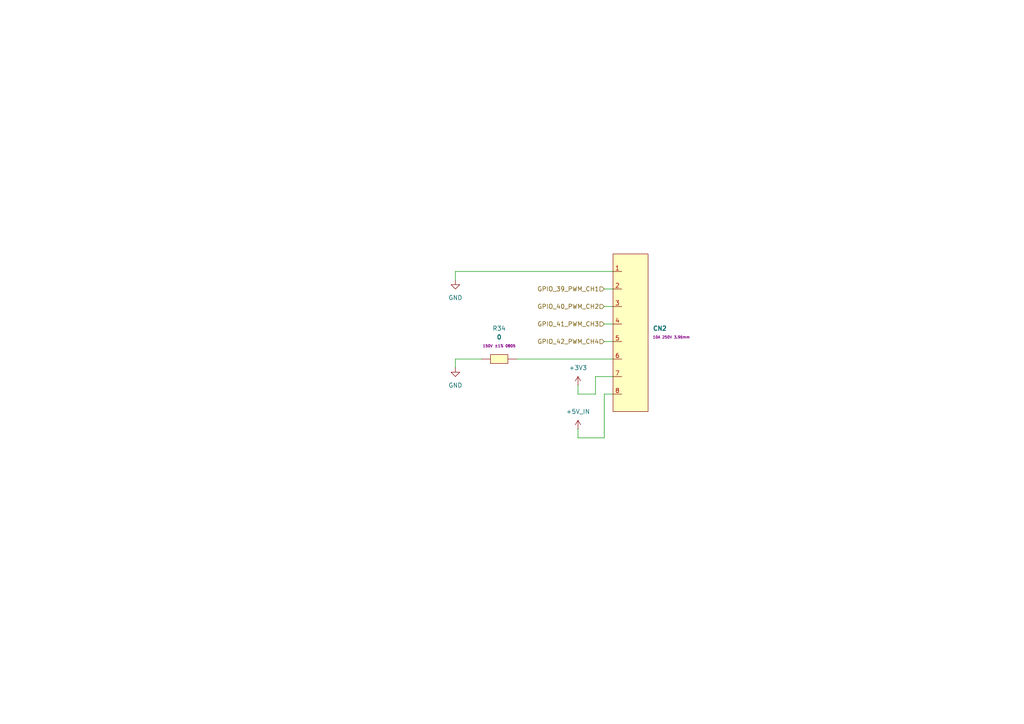
<source format=kicad_sch>
(kicad_sch (version 20231120) (generator "eeschema") (generator_version "8.0")
  (paper "A4")
  (lib_symbols
    (symbol "LiveAstra:+5V_IN" (power) (pin_numbers hide) (pin_names (offset 0) hide)
      (property "Value" "+5V_IN" (at 0 3.556 0))
      (symbol "+5V_IN_0_1"
        (polyline (pts (xy -0.762 1.27) (xy 0 2.54)))
        (polyline (pts (xy 0 0) (xy 0 2.54)))
        (polyline (pts (xy 0 2.54) (xy 0.762 1.27)))
      )
      (symbol "+5V_IN_1_1"
        (pin power_in line (at 0 0 90) (length 0) (name "~") (number "1"))
      )
    )
    (symbol "LiveAstra:JST_VH_8PIN_10A_250V" (pin_names hide)
      (property "Reference" "CN" (at 0 26.67 0))
      (property "Extra Values" "10A 250V 3.96mm" (at 0 24.13 0))
      (symbol "JST_VH_8PIN_10A_250V_0_1"
        (rectangle (start -5.08 22.86) (end 5.08 -22.86) (fill (type background)))
      )
      (symbol "JST_VH_8PIN_10A_250V_1_1"
        (pin passive line (at -5.08 17.78 0) (length 2.54) (name "1") (number "1"))
        (pin passive line (at -5.08 12.7 0) (length 2.54) (name "2") (number "2"))
        (pin passive line (at -5.08 7.62 0) (length 2.54) (name "3") (number "3"))
        (pin passive line (at -5.08 2.54 0) (length 2.54) (name "4") (number "4"))
        (pin passive line (at -5.08 -2.54 0) (length 2.54) (name "5") (number "5"))
        (pin passive line (at -5.08 -7.62 0) (length 2.54) (name "6") (number "6"))
        (pin passive line (at -5.08 -12.7 0) (length 2.54) (name "7") (number "7"))
        (pin passive line (at -5.08 -17.78 0) (length 2.54) (name "8") (number "8"))
      )
    )
    (symbol "LiveAstra:R_0Ohm_0805_125mW" (pin_numbers hide) (pin_names hide)
      (property "Reference" "R" (at 0 7.62 0))
      (property "Value" "0" (at 0 5.08 0))
      (property "Extra Values" "150V ±1% 0805" (at 0 2.54 0))
      (symbol "R_0Ohm_0805_125mW_0_1"
        (rectangle (start -2.54 1.27) (end 2.54 -1.27) (fill (type background)))
      )
      (symbol "R_0Ohm_0805_125mW_1_1"
        (pin passive line (at -5.08 0 0) (length 2.54) (name "1") (number "1"))
        (pin passive line (at 5.08 0 180) (length 2.54) (name "2") (number "2"))
      )
    )
    (symbol "power:+3V3" (power) (pin_numbers hide) (pin_names (offset 0) hide)
      (property "Value" "+3V3" (at 0 3.556 0))
      (symbol "+3V3_0_1"
        (polyline (pts (xy -0.762 1.27) (xy 0 2.54)))
        (polyline (pts (xy 0 0) (xy 0 2.54)))
        (polyline (pts (xy 0 2.54) (xy 0.762 1.27)))
      )
      (symbol "+3V3_1_1"
        (pin power_in line (at 0 0 90) (length 0) (name "~") (number "1"))
      )
    )
    (symbol "power:GND" (power) (pin_numbers hide) (pin_names (offset 0) hide)
      (property "Value" "GND" (at 0 -3.81 0))
      (symbol "GND_0_1"
        (polyline (pts (xy 0 0) (xy 0 -1.27) (xy 1.27 -1.27) (xy 0 -2.54) (xy -1.27 -1.27) (xy 0 -1.27)))
      )
      (symbol "GND_1_1"
        (pin power_in line (at 0 0 270) (length 0) (name "~") (number "1"))
      )
    )
  )
  (wire (pts (xy 167.64 114.3) (xy 172.72 114.3)))
  (wire (pts (xy 175.26 93.98) (xy 177.8 93.98)))
  (wire (pts (xy 175.26 114.3) (xy 177.8 114.3)))
  (wire (pts (xy 167.64 114.3) (xy 167.64 111.76)))
  (wire (pts (xy 172.72 109.22) (xy 172.72 114.3)))
  (wire (pts (xy 175.26 88.9) (xy 177.8 88.9)))
  (wire (pts (xy 132.08 78.74) (xy 177.8 78.74)))
  (wire (pts (xy 175.26 99.06) (xy 177.8 99.06)))
  (wire (pts (xy 132.08 104.14) (xy 132.08 106.68)))
  (wire (pts (xy 132.08 78.74) (xy 132.08 81.28)))
  (wire (pts (xy 167.64 127) (xy 167.64 124.46)))
  (wire (pts (xy 167.64 127) (xy 175.26 127)))
  (wire (pts (xy 175.26 83.82) (xy 177.8 83.82)))
  (wire (pts (xy 175.26 114.3) (xy 175.26 127)))
  (wire (pts (xy 132.08 104.14) (xy 139.7 104.14)))
  (wire (pts (xy 172.72 109.22) (xy 177.8 109.22)))
  (wire (pts (xy 149.86 104.14) (xy 177.8 104.14)))
  (hierarchical_label "GPIO_41_PWM_CH3" (shape input) (at 175.26 93.98 180))
  (hierarchical_label "GPIO_42_PWM_CH4" (shape input) (at 175.26 99.06 180))
  (hierarchical_label "GPIO_40_PWM_CH2" (shape input) (at 175.26 88.9 180))
  (hierarchical_label "GPIO_39_PWM_CH1" (shape input) (at 175.26 83.82 180))
  (symbol (lib_id "LiveAstra:JST_VH_8PIN_10A_250V") (at 182.88 96.52 0) (unit 1)
    (property "Reference" "CN2" (at 189.23 95.25 0) (effects (font (bold yes)) (justify left)))
    (property "Value" "JST_VH_8PIN_10A_250V" (effects (hide yes)))
    (property "Footprint" "LiveAstra:CONN-TH_B8P-VH-B-LF-SN" (effects (hide yes)))
    (property "Datasheet" "https://lcsc.com/product-detail/_JST-Sales-America_B8P-VH-B-LF-SN_JST-Sales-America-B8P-VH-B-LF-SN_C265117.html" (effects (hide yes)))
    (property "LCSC Part" "C265117" (effects (hide yes)))
    (property "Extra Values" "10A 250V 3.96mm" (at 189.23 97.7899 0) (effects (font (size 0.762 0.762) (bold yes)) (justify left)))
  )
  (symbol (lib_id "LiveAstra:+5V_IN") (at 167.64 124.46 0) (unit 1)
    (property "Reference" "#PWR040" (effects (hide yes)))
    (property "Value" "+5V_IN" (at 167.64 119.38 0))
    (property "Description" "Power symbol creates a global label with name \"+5V_IN\"" (effects (hide yes)))
  )
  (symbol (lib_id "power:+3V3") (at 167.64 111.76 0) (unit 1)
    (property "Reference" "#PWR041" (effects (hide yes)))
    (property "Value" "+3V3" (at 167.64 106.68 0))
    (property "Description" "Power symbol creates a global label with name \"+3V3\"" (effects (hide yes)))
  )
  (symbol (lib_id "LiveAstra:R_0Ohm_0805_125mW") (at 144.78 104.14 0) (unit 1)
    (property "Reference" "R34" (at 144.78 95.25 0))
    (property "Value" "0" (at 144.78 97.79 0) (effects (font (bold yes))))
    (property "Footprint" "Resistor_SMD:R_0805_2012Metric_Pad1.20x1.40mm_HandSolder" (effects (hide yes)))
    (property "Datasheet" "https://lcsc.com/product-detail/Chip-Resistor-Surface-Mount-UniOhm_0R-0R0-1_C17477.html" (effects (hide yes)))
    (property "Description" "Thick Film Resistors" (effects (hide yes)))
    (property "LCSC Part" "C17477" (effects (hide yes)))
    (property "Extra Values" "150V ±1% 0805" (at 144.78 100.33 0) (effects (font (size 0.762 0.762) (bold yes))))
  )
  (symbol (lib_id "power:GND") (at 132.08 81.28 0) (unit 1)
    (property "Reference" "#PWR018" (effects (hide yes)))
    (property "Value" "GND" (at 132.08 86.36 0))
    (property "Description" "Power symbol creates a global label with name \"GND\" , ground" (effects (hide yes)))
  )
  (symbol (lib_id "power:GND") (at 132.08 106.68 0) (unit 1)
    (property "Reference" "#PWR028" (effects (hide yes)))
    (property "Value" "GND" (at 132.08 111.76 0))
    (property "Description" "Power symbol creates a global label with name \"GND\" , ground" (effects (hide yes)))
  )
)
</source>
